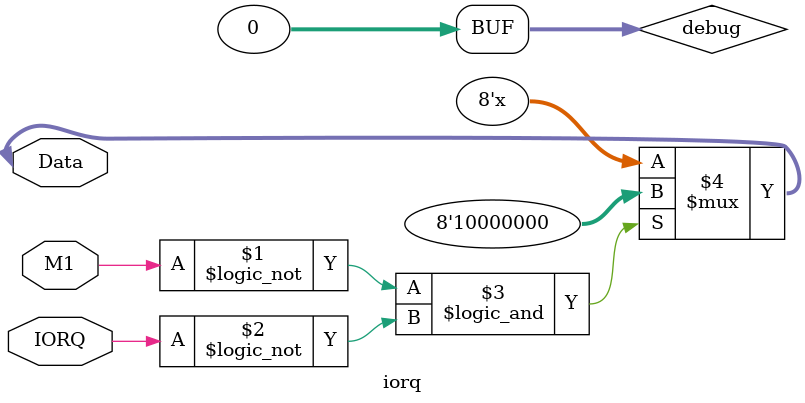
<source format=sv>
module iorq (Data, M1, IORQ);

// Set to 1 if you want debug printout on each IO access
int debug = 0;

inout [7:0] Data;
input M1, IORQ;

// Define the opcode to be sent through IORQ (FF=RST38, C7=RST0,...)

// To test interrupts in mode 0, uncommend one of these lines (pushed opcode):
//`define OPCODE  8'hFF
//`define OPCODE  8'hC7

// To test interrupts in mode 2, uncommend this line (this is a vector):
`define OPCODE  8'h80

// Return data on an IORQ condition
assign Data = (!M1 && !IORQ) ? `OPCODE : {8{1'bz}};

int fd;

always @(!M1 && !IORQ) begin
    if (debug)
        $strobe("[IORQ] DB=%H", `OPCODE);
end

endmodule

</source>
